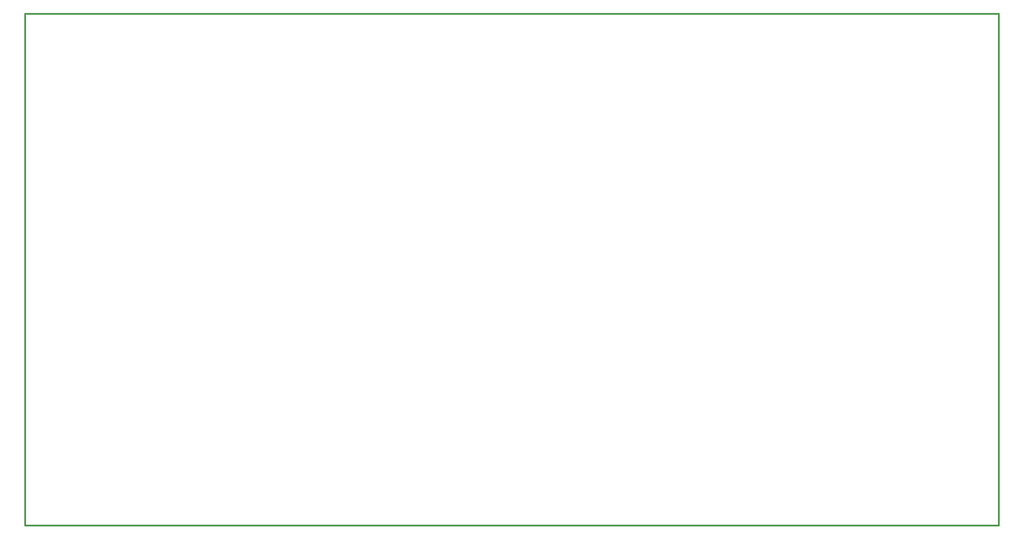
<source format=gbr>
G04 #@! TF.GenerationSoftware,KiCad,Pcbnew,(5.1.4)-1*
G04 #@! TF.CreationDate,2020-08-16T22:28:13+03:00*
G04 #@! TF.ProjectId,UAH_0,5541485f-302e-46b6-9963-61645f706362,rev?*
G04 #@! TF.SameCoordinates,Original*
G04 #@! TF.FileFunction,Profile,NP*
%FSLAX46Y46*%
G04 Gerber Fmt 4.6, Leading zero omitted, Abs format (unit mm)*
G04 Created by KiCad (PCBNEW (5.1.4)-1) date 2020-08-16 22:28:13*
%MOMM*%
%LPD*%
G04 APERTURE LIST*
%ADD10C,0.300000*%
G04 APERTURE END LIST*
D10*
X50000000Y-150000000D02*
X50000000Y-50000000D01*
X240000000Y-150000000D02*
X50000000Y-150000000D01*
X240000000Y-50000000D02*
X240000000Y-150000000D01*
X50000000Y-50000000D02*
X240000000Y-50000000D01*
M02*

</source>
